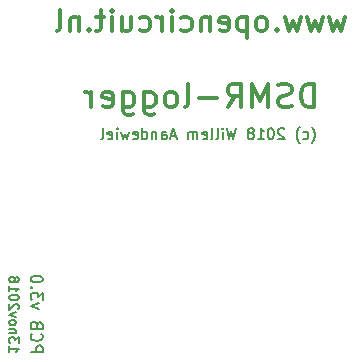
<source format=gbr>
G04 #@! TF.GenerationSoftware,KiCad,Pcbnew,(5.0.0-3-g5ebb6b6)*
G04 #@! TF.CreationDate,2018-11-13T12:47:17+01:00*
G04 #@! TF.ProjectId,DSMRlogger_v3,44534D526C6F676765725F76332E6B69,rev?*
G04 #@! TF.SameCoordinates,Original*
G04 #@! TF.FileFunction,Legend,Bot*
G04 #@! TF.FilePolarity,Positive*
%FSLAX46Y46*%
G04 Gerber Fmt 4.6, Leading zero omitted, Abs format (unit mm)*
G04 Created by KiCad (PCBNEW (5.0.0-3-g5ebb6b6)) date Tuesday, 13 November 2018 at 12:47:17*
%MOMM*%
%LPD*%
G01*
G04 APERTURE LIST*
%ADD10C,0.150000*%
%ADD11C,0.200000*%
%ADD12C,0.300000*%
G04 APERTURE END LIST*
D10*
X42183095Y-67474761D02*
X42183095Y-67931904D01*
X42183095Y-67703333D02*
X42983095Y-67703333D01*
X42868809Y-67779523D01*
X42792619Y-67855714D01*
X42754523Y-67931904D01*
X42983095Y-67208095D02*
X42983095Y-66712857D01*
X42678333Y-66979523D01*
X42678333Y-66865238D01*
X42640238Y-66789047D01*
X42602142Y-66750952D01*
X42525952Y-66712857D01*
X42335476Y-66712857D01*
X42259285Y-66750952D01*
X42221190Y-66789047D01*
X42183095Y-66865238D01*
X42183095Y-67093809D01*
X42221190Y-67170000D01*
X42259285Y-67208095D01*
X42716428Y-66370000D02*
X42183095Y-66370000D01*
X42640238Y-66370000D02*
X42678333Y-66331904D01*
X42716428Y-66255714D01*
X42716428Y-66141428D01*
X42678333Y-66065238D01*
X42602142Y-66027142D01*
X42183095Y-66027142D01*
X42183095Y-65531904D02*
X42221190Y-65608095D01*
X42259285Y-65646190D01*
X42335476Y-65684285D01*
X42564047Y-65684285D01*
X42640238Y-65646190D01*
X42678333Y-65608095D01*
X42716428Y-65531904D01*
X42716428Y-65417619D01*
X42678333Y-65341428D01*
X42640238Y-65303333D01*
X42564047Y-65265238D01*
X42335476Y-65265238D01*
X42259285Y-65303333D01*
X42221190Y-65341428D01*
X42183095Y-65417619D01*
X42183095Y-65531904D01*
X42716428Y-64998571D02*
X42183095Y-64808095D01*
X42716428Y-64617619D01*
X42906904Y-64350952D02*
X42945000Y-64312857D01*
X42983095Y-64236666D01*
X42983095Y-64046190D01*
X42945000Y-63970000D01*
X42906904Y-63931904D01*
X42830714Y-63893809D01*
X42754523Y-63893809D01*
X42640238Y-63931904D01*
X42183095Y-64389047D01*
X42183095Y-63893809D01*
X42983095Y-63398571D02*
X42983095Y-63322380D01*
X42945000Y-63246190D01*
X42906904Y-63208095D01*
X42830714Y-63170000D01*
X42678333Y-63131904D01*
X42487857Y-63131904D01*
X42335476Y-63170000D01*
X42259285Y-63208095D01*
X42221190Y-63246190D01*
X42183095Y-63322380D01*
X42183095Y-63398571D01*
X42221190Y-63474761D01*
X42259285Y-63512857D01*
X42335476Y-63550952D01*
X42487857Y-63589047D01*
X42678333Y-63589047D01*
X42830714Y-63550952D01*
X42906904Y-63512857D01*
X42945000Y-63474761D01*
X42983095Y-63398571D01*
X42183095Y-62370000D02*
X42183095Y-62827142D01*
X42183095Y-62598571D02*
X42983095Y-62598571D01*
X42868809Y-62674761D01*
X42792619Y-62750952D01*
X42754523Y-62827142D01*
X42640238Y-61912857D02*
X42678333Y-61989047D01*
X42716428Y-62027142D01*
X42792619Y-62065238D01*
X42830714Y-62065238D01*
X42906904Y-62027142D01*
X42945000Y-61989047D01*
X42983095Y-61912857D01*
X42983095Y-61760476D01*
X42945000Y-61684285D01*
X42906904Y-61646190D01*
X42830714Y-61608095D01*
X42792619Y-61608095D01*
X42716428Y-61646190D01*
X42678333Y-61684285D01*
X42640238Y-61760476D01*
X42640238Y-61912857D01*
X42602142Y-61989047D01*
X42564047Y-62027142D01*
X42487857Y-62065238D01*
X42335476Y-62065238D01*
X42259285Y-62027142D01*
X42221190Y-61989047D01*
X42183095Y-61912857D01*
X42183095Y-61760476D01*
X42221190Y-61684285D01*
X42259285Y-61646190D01*
X42335476Y-61608095D01*
X42487857Y-61608095D01*
X42564047Y-61646190D01*
X42602142Y-61684285D01*
X42640238Y-61760476D01*
D11*
X43997619Y-67984285D02*
X44997619Y-67984285D01*
X44997619Y-67603333D01*
X44950000Y-67508095D01*
X44902380Y-67460476D01*
X44807142Y-67412857D01*
X44664285Y-67412857D01*
X44569047Y-67460476D01*
X44521428Y-67508095D01*
X44473809Y-67603333D01*
X44473809Y-67984285D01*
X44092857Y-66412857D02*
X44045238Y-66460476D01*
X43997619Y-66603333D01*
X43997619Y-66698571D01*
X44045238Y-66841428D01*
X44140476Y-66936666D01*
X44235714Y-66984285D01*
X44426190Y-67031904D01*
X44569047Y-67031904D01*
X44759523Y-66984285D01*
X44854761Y-66936666D01*
X44950000Y-66841428D01*
X44997619Y-66698571D01*
X44997619Y-66603333D01*
X44950000Y-66460476D01*
X44902380Y-66412857D01*
X44521428Y-65650952D02*
X44473809Y-65508095D01*
X44426190Y-65460476D01*
X44330952Y-65412857D01*
X44188095Y-65412857D01*
X44092857Y-65460476D01*
X44045238Y-65508095D01*
X43997619Y-65603333D01*
X43997619Y-65984285D01*
X44997619Y-65984285D01*
X44997619Y-65650952D01*
X44950000Y-65555714D01*
X44902380Y-65508095D01*
X44807142Y-65460476D01*
X44711904Y-65460476D01*
X44616666Y-65508095D01*
X44569047Y-65555714D01*
X44521428Y-65650952D01*
X44521428Y-65984285D01*
X44664285Y-64317619D02*
X43997619Y-64079523D01*
X44664285Y-63841428D01*
X44997619Y-63555714D02*
X44997619Y-62936666D01*
X44616666Y-63270000D01*
X44616666Y-63127142D01*
X44569047Y-63031904D01*
X44521428Y-62984285D01*
X44426190Y-62936666D01*
X44188095Y-62936666D01*
X44092857Y-62984285D01*
X44045238Y-63031904D01*
X43997619Y-63127142D01*
X43997619Y-63412857D01*
X44045238Y-63508095D01*
X44092857Y-63555714D01*
X44092857Y-62508095D02*
X44045238Y-62460476D01*
X43997619Y-62508095D01*
X44045238Y-62555714D01*
X44092857Y-62508095D01*
X43997619Y-62508095D01*
X44997619Y-61841428D02*
X44997619Y-61746190D01*
X44950000Y-61650952D01*
X44902380Y-61603333D01*
X44807142Y-61555714D01*
X44616666Y-61508095D01*
X44378571Y-61508095D01*
X44188095Y-61555714D01*
X44092857Y-61603333D01*
X44045238Y-61650952D01*
X43997619Y-61746190D01*
X43997619Y-61841428D01*
X44045238Y-61936666D01*
X44092857Y-61984285D01*
X44188095Y-62031904D01*
X44378571Y-62079523D01*
X44616666Y-62079523D01*
X44807142Y-62031904D01*
X44902380Y-61984285D01*
X44950000Y-61936666D01*
X44997619Y-61841428D01*
D12*
X70634285Y-39619285D02*
X70291428Y-40819285D01*
X69948571Y-39962142D01*
X69605714Y-40819285D01*
X69262857Y-39619285D01*
X68748571Y-39619285D02*
X68405714Y-40819285D01*
X68062857Y-39962142D01*
X67720000Y-40819285D01*
X67377142Y-39619285D01*
X66862857Y-39619285D02*
X66520000Y-40819285D01*
X66177142Y-39962142D01*
X65834285Y-40819285D01*
X65491428Y-39619285D01*
X64805714Y-40647857D02*
X64720000Y-40733571D01*
X64805714Y-40819285D01*
X64891428Y-40733571D01*
X64805714Y-40647857D01*
X64805714Y-40819285D01*
X63691428Y-40819285D02*
X63862857Y-40733571D01*
X63948571Y-40647857D01*
X64034285Y-40476428D01*
X64034285Y-39962142D01*
X63948571Y-39790714D01*
X63862857Y-39705000D01*
X63691428Y-39619285D01*
X63434285Y-39619285D01*
X63262857Y-39705000D01*
X63177142Y-39790714D01*
X63091428Y-39962142D01*
X63091428Y-40476428D01*
X63177142Y-40647857D01*
X63262857Y-40733571D01*
X63434285Y-40819285D01*
X63691428Y-40819285D01*
X62320000Y-39619285D02*
X62320000Y-41419285D01*
X62320000Y-39705000D02*
X62148571Y-39619285D01*
X61805714Y-39619285D01*
X61634285Y-39705000D01*
X61548571Y-39790714D01*
X61462857Y-39962142D01*
X61462857Y-40476428D01*
X61548571Y-40647857D01*
X61634285Y-40733571D01*
X61805714Y-40819285D01*
X62148571Y-40819285D01*
X62320000Y-40733571D01*
X60005714Y-40733571D02*
X60177142Y-40819285D01*
X60520000Y-40819285D01*
X60691428Y-40733571D01*
X60777142Y-40562142D01*
X60777142Y-39876428D01*
X60691428Y-39705000D01*
X60520000Y-39619285D01*
X60177142Y-39619285D01*
X60005714Y-39705000D01*
X59920000Y-39876428D01*
X59920000Y-40047857D01*
X60777142Y-40219285D01*
X59148571Y-39619285D02*
X59148571Y-40819285D01*
X59148571Y-39790714D02*
X59062857Y-39705000D01*
X58891428Y-39619285D01*
X58634285Y-39619285D01*
X58462857Y-39705000D01*
X58377142Y-39876428D01*
X58377142Y-40819285D01*
X56748571Y-40733571D02*
X56920000Y-40819285D01*
X57262857Y-40819285D01*
X57434285Y-40733571D01*
X57520000Y-40647857D01*
X57605714Y-40476428D01*
X57605714Y-39962142D01*
X57520000Y-39790714D01*
X57434285Y-39705000D01*
X57262857Y-39619285D01*
X56920000Y-39619285D01*
X56748571Y-39705000D01*
X55977142Y-40819285D02*
X55977142Y-39619285D01*
X55977142Y-39019285D02*
X56062857Y-39105000D01*
X55977142Y-39190714D01*
X55891428Y-39105000D01*
X55977142Y-39019285D01*
X55977142Y-39190714D01*
X55120000Y-40819285D02*
X55120000Y-39619285D01*
X55120000Y-39962142D02*
X55034285Y-39790714D01*
X54948571Y-39705000D01*
X54777142Y-39619285D01*
X54605714Y-39619285D01*
X53234285Y-40733571D02*
X53405714Y-40819285D01*
X53748571Y-40819285D01*
X53920000Y-40733571D01*
X54005714Y-40647857D01*
X54091428Y-40476428D01*
X54091428Y-39962142D01*
X54005714Y-39790714D01*
X53920000Y-39705000D01*
X53748571Y-39619285D01*
X53405714Y-39619285D01*
X53234285Y-39705000D01*
X51691428Y-39619285D02*
X51691428Y-40819285D01*
X52462857Y-39619285D02*
X52462857Y-40562142D01*
X52377142Y-40733571D01*
X52205714Y-40819285D01*
X51948571Y-40819285D01*
X51777142Y-40733571D01*
X51691428Y-40647857D01*
X50834285Y-40819285D02*
X50834285Y-39619285D01*
X50834285Y-39019285D02*
X50920000Y-39105000D01*
X50834285Y-39190714D01*
X50748571Y-39105000D01*
X50834285Y-39019285D01*
X50834285Y-39190714D01*
X50234285Y-39619285D02*
X49548571Y-39619285D01*
X49977142Y-39019285D02*
X49977142Y-40562142D01*
X49891428Y-40733571D01*
X49720000Y-40819285D01*
X49548571Y-40819285D01*
X48948571Y-40647857D02*
X48862857Y-40733571D01*
X48948571Y-40819285D01*
X49034285Y-40733571D01*
X48948571Y-40647857D01*
X48948571Y-40819285D01*
X48091428Y-39619285D02*
X48091428Y-40819285D01*
X48091428Y-39790714D02*
X48005714Y-39705000D01*
X47834285Y-39619285D01*
X47577142Y-39619285D01*
X47405714Y-39705000D01*
X47320000Y-39876428D01*
X47320000Y-40819285D01*
X46205714Y-40819285D02*
X46377142Y-40733571D01*
X46462857Y-40562142D01*
X46462857Y-39019285D01*
X67991428Y-47259761D02*
X67991428Y-45259761D01*
X67515238Y-45259761D01*
X67229523Y-45355000D01*
X67039047Y-45545476D01*
X66943809Y-45735952D01*
X66848571Y-46116904D01*
X66848571Y-46402619D01*
X66943809Y-46783571D01*
X67039047Y-46974047D01*
X67229523Y-47164523D01*
X67515238Y-47259761D01*
X67991428Y-47259761D01*
X66086666Y-47164523D02*
X65800952Y-47259761D01*
X65324761Y-47259761D01*
X65134285Y-47164523D01*
X65039047Y-47069285D01*
X64943809Y-46878809D01*
X64943809Y-46688333D01*
X65039047Y-46497857D01*
X65134285Y-46402619D01*
X65324761Y-46307380D01*
X65705714Y-46212142D01*
X65896190Y-46116904D01*
X65991428Y-46021666D01*
X66086666Y-45831190D01*
X66086666Y-45640714D01*
X65991428Y-45450238D01*
X65896190Y-45355000D01*
X65705714Y-45259761D01*
X65229523Y-45259761D01*
X64943809Y-45355000D01*
X64086666Y-47259761D02*
X64086666Y-45259761D01*
X63420000Y-46688333D01*
X62753333Y-45259761D01*
X62753333Y-47259761D01*
X60658095Y-47259761D02*
X61324761Y-46307380D01*
X61800952Y-47259761D02*
X61800952Y-45259761D01*
X61039047Y-45259761D01*
X60848571Y-45355000D01*
X60753333Y-45450238D01*
X60658095Y-45640714D01*
X60658095Y-45926428D01*
X60753333Y-46116904D01*
X60848571Y-46212142D01*
X61039047Y-46307380D01*
X61800952Y-46307380D01*
X59800952Y-46497857D02*
X58277142Y-46497857D01*
X57039047Y-47259761D02*
X57229523Y-47164523D01*
X57324761Y-46974047D01*
X57324761Y-45259761D01*
X55991428Y-47259761D02*
X56181904Y-47164523D01*
X56277142Y-47069285D01*
X56372380Y-46878809D01*
X56372380Y-46307380D01*
X56277142Y-46116904D01*
X56181904Y-46021666D01*
X55991428Y-45926428D01*
X55705714Y-45926428D01*
X55515238Y-46021666D01*
X55420000Y-46116904D01*
X55324761Y-46307380D01*
X55324761Y-46878809D01*
X55420000Y-47069285D01*
X55515238Y-47164523D01*
X55705714Y-47259761D01*
X55991428Y-47259761D01*
X53610476Y-45926428D02*
X53610476Y-47545476D01*
X53705714Y-47735952D01*
X53800952Y-47831190D01*
X53991428Y-47926428D01*
X54277142Y-47926428D01*
X54467619Y-47831190D01*
X53610476Y-47164523D02*
X53800952Y-47259761D01*
X54181904Y-47259761D01*
X54372380Y-47164523D01*
X54467619Y-47069285D01*
X54562857Y-46878809D01*
X54562857Y-46307380D01*
X54467619Y-46116904D01*
X54372380Y-46021666D01*
X54181904Y-45926428D01*
X53800952Y-45926428D01*
X53610476Y-46021666D01*
X51800952Y-45926428D02*
X51800952Y-47545476D01*
X51896190Y-47735952D01*
X51991428Y-47831190D01*
X52181904Y-47926428D01*
X52467619Y-47926428D01*
X52658095Y-47831190D01*
X51800952Y-47164523D02*
X51991428Y-47259761D01*
X52372380Y-47259761D01*
X52562857Y-47164523D01*
X52658095Y-47069285D01*
X52753333Y-46878809D01*
X52753333Y-46307380D01*
X52658095Y-46116904D01*
X52562857Y-46021666D01*
X52372380Y-45926428D01*
X51991428Y-45926428D01*
X51800952Y-46021666D01*
X50086666Y-47164523D02*
X50277142Y-47259761D01*
X50658095Y-47259761D01*
X50848571Y-47164523D01*
X50943809Y-46974047D01*
X50943809Y-46212142D01*
X50848571Y-46021666D01*
X50658095Y-45926428D01*
X50277142Y-45926428D01*
X50086666Y-46021666D01*
X49991428Y-46212142D01*
X49991428Y-46402619D01*
X50943809Y-46593095D01*
X49134285Y-47259761D02*
X49134285Y-45926428D01*
X49134285Y-46307380D02*
X49039047Y-46116904D01*
X48943809Y-46021666D01*
X48753333Y-45926428D01*
X48562857Y-45926428D01*
D11*
X67797857Y-50280000D02*
X67840714Y-50237142D01*
X67926428Y-50108571D01*
X67969285Y-50022857D01*
X68012142Y-49894285D01*
X68055000Y-49680000D01*
X68055000Y-49508571D01*
X68012142Y-49294285D01*
X67969285Y-49165714D01*
X67926428Y-49080000D01*
X67840714Y-48951428D01*
X67797857Y-48908571D01*
X67069285Y-49894285D02*
X67155000Y-49937142D01*
X67326428Y-49937142D01*
X67412142Y-49894285D01*
X67455000Y-49851428D01*
X67497857Y-49765714D01*
X67497857Y-49508571D01*
X67455000Y-49422857D01*
X67412142Y-49380000D01*
X67326428Y-49337142D01*
X67155000Y-49337142D01*
X67069285Y-49380000D01*
X66769285Y-50280000D02*
X66726428Y-50237142D01*
X66640714Y-50108571D01*
X66597857Y-50022857D01*
X66554999Y-49894285D01*
X66512142Y-49680000D01*
X66512142Y-49508571D01*
X66554999Y-49294285D01*
X66597857Y-49165714D01*
X66640714Y-49080000D01*
X66726428Y-48951428D01*
X66769285Y-48908571D01*
X65440714Y-49122857D02*
X65397857Y-49080000D01*
X65312142Y-49037142D01*
X65097857Y-49037142D01*
X65012142Y-49080000D01*
X64969285Y-49122857D01*
X64926428Y-49208571D01*
X64926428Y-49294285D01*
X64969285Y-49422857D01*
X65483571Y-49937142D01*
X64926428Y-49937142D01*
X64369285Y-49037142D02*
X64283571Y-49037142D01*
X64197857Y-49080000D01*
X64155000Y-49122857D01*
X64112142Y-49208571D01*
X64069285Y-49380000D01*
X64069285Y-49594285D01*
X64112142Y-49765714D01*
X64155000Y-49851428D01*
X64197857Y-49894285D01*
X64283571Y-49937142D01*
X64369285Y-49937142D01*
X64455000Y-49894285D01*
X64497857Y-49851428D01*
X64540714Y-49765714D01*
X64583571Y-49594285D01*
X64583571Y-49380000D01*
X64540714Y-49208571D01*
X64497857Y-49122857D01*
X64455000Y-49080000D01*
X64369285Y-49037142D01*
X63212142Y-49937142D02*
X63726428Y-49937142D01*
X63469285Y-49937142D02*
X63469285Y-49037142D01*
X63555000Y-49165714D01*
X63640714Y-49251428D01*
X63726428Y-49294285D01*
X62697857Y-49422857D02*
X62783571Y-49380000D01*
X62826428Y-49337142D01*
X62869285Y-49251428D01*
X62869285Y-49208571D01*
X62826428Y-49122857D01*
X62783571Y-49080000D01*
X62697857Y-49037142D01*
X62526428Y-49037142D01*
X62440714Y-49080000D01*
X62397857Y-49122857D01*
X62355000Y-49208571D01*
X62355000Y-49251428D01*
X62397857Y-49337142D01*
X62440714Y-49380000D01*
X62526428Y-49422857D01*
X62697857Y-49422857D01*
X62783571Y-49465714D01*
X62826428Y-49508571D01*
X62869285Y-49594285D01*
X62869285Y-49765714D01*
X62826428Y-49851428D01*
X62783571Y-49894285D01*
X62697857Y-49937142D01*
X62526428Y-49937142D01*
X62440714Y-49894285D01*
X62397857Y-49851428D01*
X62355000Y-49765714D01*
X62355000Y-49594285D01*
X62397857Y-49508571D01*
X62440714Y-49465714D01*
X62526428Y-49422857D01*
X61369285Y-49037142D02*
X61155000Y-49937142D01*
X60983571Y-49294285D01*
X60812142Y-49937142D01*
X60597857Y-49037142D01*
X60255000Y-49937142D02*
X60255000Y-49337142D01*
X60255000Y-49037142D02*
X60297857Y-49080000D01*
X60255000Y-49122857D01*
X60212142Y-49080000D01*
X60255000Y-49037142D01*
X60255000Y-49122857D01*
X59697857Y-49937142D02*
X59783571Y-49894285D01*
X59826428Y-49808571D01*
X59826428Y-49037142D01*
X59226428Y-49937142D02*
X59312142Y-49894285D01*
X59355000Y-49808571D01*
X59355000Y-49037142D01*
X58540714Y-49894285D02*
X58626428Y-49937142D01*
X58797857Y-49937142D01*
X58883571Y-49894285D01*
X58926428Y-49808571D01*
X58926428Y-49465714D01*
X58883571Y-49380000D01*
X58797857Y-49337142D01*
X58626428Y-49337142D01*
X58540714Y-49380000D01*
X58497857Y-49465714D01*
X58497857Y-49551428D01*
X58926428Y-49637142D01*
X58112142Y-49937142D02*
X58112142Y-49337142D01*
X58112142Y-49422857D02*
X58069285Y-49380000D01*
X57983571Y-49337142D01*
X57855000Y-49337142D01*
X57769285Y-49380000D01*
X57726428Y-49465714D01*
X57726428Y-49937142D01*
X57726428Y-49465714D02*
X57683571Y-49380000D01*
X57597857Y-49337142D01*
X57469285Y-49337142D01*
X57383571Y-49380000D01*
X57340714Y-49465714D01*
X57340714Y-49937142D01*
X56269285Y-49680000D02*
X55840714Y-49680000D01*
X56355000Y-49937142D02*
X56055000Y-49037142D01*
X55755000Y-49937142D01*
X55069285Y-49937142D02*
X55069285Y-49465714D01*
X55112142Y-49380000D01*
X55197857Y-49337142D01*
X55369285Y-49337142D01*
X55455000Y-49380000D01*
X55069285Y-49894285D02*
X55155000Y-49937142D01*
X55369285Y-49937142D01*
X55455000Y-49894285D01*
X55497857Y-49808571D01*
X55497857Y-49722857D01*
X55455000Y-49637142D01*
X55369285Y-49594285D01*
X55155000Y-49594285D01*
X55069285Y-49551428D01*
X54640714Y-49337142D02*
X54640714Y-49937142D01*
X54640714Y-49422857D02*
X54597857Y-49380000D01*
X54512142Y-49337142D01*
X54383571Y-49337142D01*
X54297857Y-49380000D01*
X54255000Y-49465714D01*
X54255000Y-49937142D01*
X53440714Y-49937142D02*
X53440714Y-49037142D01*
X53440714Y-49894285D02*
X53526428Y-49937142D01*
X53697857Y-49937142D01*
X53783571Y-49894285D01*
X53826428Y-49851428D01*
X53869285Y-49765714D01*
X53869285Y-49508571D01*
X53826428Y-49422857D01*
X53783571Y-49380000D01*
X53697857Y-49337142D01*
X53526428Y-49337142D01*
X53440714Y-49380000D01*
X52669285Y-49894285D02*
X52755000Y-49937142D01*
X52926428Y-49937142D01*
X53012142Y-49894285D01*
X53055000Y-49808571D01*
X53055000Y-49465714D01*
X53012142Y-49380000D01*
X52926428Y-49337142D01*
X52755000Y-49337142D01*
X52669285Y-49380000D01*
X52626428Y-49465714D01*
X52626428Y-49551428D01*
X53055000Y-49637142D01*
X52326428Y-49337142D02*
X52155000Y-49937142D01*
X51983571Y-49508571D01*
X51812142Y-49937142D01*
X51640714Y-49337142D01*
X51297857Y-49937142D02*
X51297857Y-49337142D01*
X51297857Y-49037142D02*
X51340714Y-49080000D01*
X51297857Y-49122857D01*
X51255000Y-49080000D01*
X51297857Y-49037142D01*
X51297857Y-49122857D01*
X50526428Y-49894285D02*
X50612142Y-49937142D01*
X50783571Y-49937142D01*
X50869285Y-49894285D01*
X50912142Y-49808571D01*
X50912142Y-49465714D01*
X50869285Y-49380000D01*
X50783571Y-49337142D01*
X50612142Y-49337142D01*
X50526428Y-49380000D01*
X50483571Y-49465714D01*
X50483571Y-49551428D01*
X50912142Y-49637142D01*
X49969285Y-49937142D02*
X50055000Y-49894285D01*
X50097857Y-49808571D01*
X50097857Y-49037142D01*
M02*

</source>
